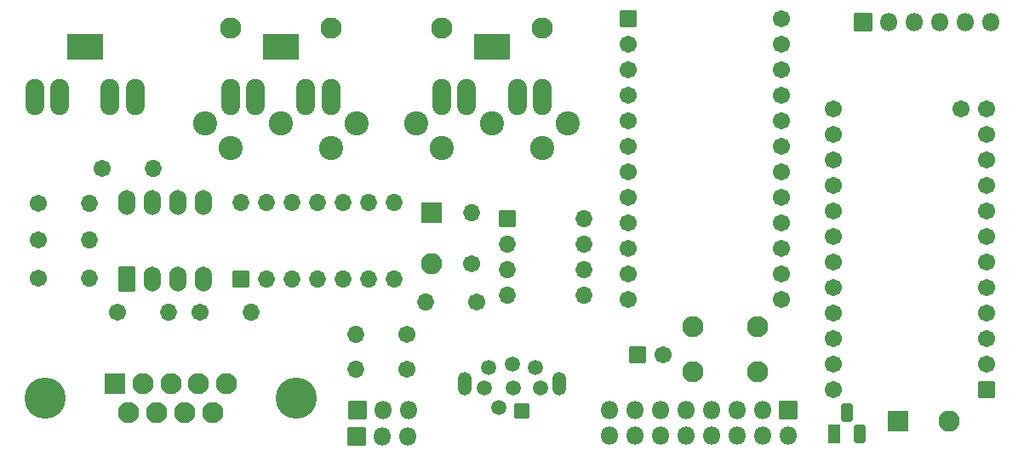
<source format=gbs>
G04 #@! TF.GenerationSoftware,KiCad,Pcbnew,6.0.5*
G04 #@! TF.CreationDate,2022-08-11T19:52:31+02:00*
G04 #@! TF.ProjectId,_transcribe_,5f747261-6e73-4637-9269-62655f2e6b69,v0_1*
G04 #@! TF.SameCoordinates,Original*
G04 #@! TF.FileFunction,Soldermask,Bot*
G04 #@! TF.FilePolarity,Negative*
%FSLAX46Y46*%
G04 Gerber Fmt 4.6, Leading zero omitted, Abs format (unit mm)*
G04 Created by KiCad (PCBNEW 6.0.5) date 2022-08-11 19:52:31*
%MOMM*%
%LPD*%
G01*
G04 APERTURE LIST*
G04 Aperture macros list*
%AMRoundRect*
0 Rectangle with rounded corners*
0 $1 Rounding radius*
0 $2 $3 $4 $5 $6 $7 $8 $9 X,Y pos of 4 corners*
0 Add a 4 corners polygon primitive as box body*
4,1,4,$2,$3,$4,$5,$6,$7,$8,$9,$2,$3,0*
0 Add four circle primitives for the rounded corners*
1,1,$1+$1,$2,$3*
1,1,$1+$1,$4,$5*
1,1,$1+$1,$6,$7*
1,1,$1+$1,$8,$9*
0 Add four rect primitives between the rounded corners*
20,1,$1+$1,$2,$3,$4,$5,0*
20,1,$1+$1,$4,$5,$6,$7,0*
20,1,$1+$1,$6,$7,$8,$9,0*
20,1,$1+$1,$8,$9,$2,$3,0*%
G04 Aperture macros list end*
%ADD10RoundRect,0.051000X-0.704000X-0.704000X0.704000X-0.704000X0.704000X0.704000X-0.704000X0.704000X0*%
%ADD11C,1.510000*%
%ADD12O,1.332000X2.332000*%
%ADD13RoundRect,0.051000X-0.800000X-0.800000X0.800000X-0.800000X0.800000X0.800000X-0.800000X0.800000X0*%
%ADD14O,1.702000X1.702000*%
%ADD15C,1.702000*%
%ADD16RoundRect,0.051000X0.800000X-0.800000X0.800000X0.800000X-0.800000X0.800000X-0.800000X-0.800000X0*%
%ADD17RoundRect,0.051000X-0.800000X0.800000X-0.800000X-0.800000X0.800000X-0.800000X0.800000X0.800000X0*%
%ADD18RoundRect,0.051000X-1.000000X1.000000X-1.000000X-1.000000X1.000000X-1.000000X1.000000X1.000000X0*%
%ADD19O,2.102000X2.102000*%
%ADD20RoundRect,0.051000X-0.850000X0.850000X-0.850000X-0.850000X0.850000X-0.850000X0.850000X0.850000X0*%
%ADD21O,1.802000X1.802000*%
%ADD22RoundRect,0.051000X-1.000000X-1.000000X1.000000X-1.000000X1.000000X1.000000X-1.000000X1.000000X0*%
%ADD23RoundRect,0.051000X0.850000X-0.850000X0.850000X0.850000X-0.850000X0.850000X-0.850000X-0.850000X0*%
%ADD24RoundRect,0.051000X-0.550000X-0.900000X0.550000X-0.900000X0.550000X0.900000X-0.550000X0.900000X0*%
%ADD25RoundRect,0.326000X-0.275000X-0.625000X0.275000X-0.625000X0.275000X0.625000X-0.275000X0.625000X0*%
%ADD26O,1.852000X3.602000*%
%ADD27RoundRect,0.051000X-1.750000X-1.250000X1.750000X-1.250000X1.750000X1.250000X-1.750000X1.250000X0*%
%ADD28C,4.102000*%
%ADD29C,2.102000*%
%ADD30C,2.402000*%
%ADD31RoundRect,0.051000X0.800000X-1.200000X0.800000X1.200000X-0.800000X1.200000X-0.800000X-1.200000X0*%
%ADD32O,1.702000X2.502000*%
G04 APERTURE END LIST*
D10*
X-238500000Y749400000D03*
D11*
X-240800000Y749700000D03*
X-236700000Y751700000D03*
X-239400000Y751700000D03*
X-242300000Y751700000D03*
X-237200000Y753700000D03*
X-239500000Y754000000D03*
X-241800000Y753700000D03*
D12*
X-244200000Y752100000D03*
X-234800000Y752100000D03*
D13*
X-240000000Y768500000D03*
D14*
X-240000000Y765960000D03*
X-240000000Y763420000D03*
X-240000000Y760880000D03*
X-232380000Y760880000D03*
X-232380000Y763420000D03*
X-232380000Y765960000D03*
X-232380000Y768500000D03*
D15*
X-242985000Y760200000D03*
D14*
X-248065000Y760200000D03*
D15*
X-250000000Y757000000D03*
D14*
X-255080000Y757000000D03*
D15*
X-250000000Y753500000D03*
D14*
X-255080000Y753500000D03*
D16*
X-266500000Y762500000D03*
D14*
X-263960000Y762500000D03*
X-261420000Y762500000D03*
X-258880000Y762500000D03*
X-256340000Y762500000D03*
X-253800000Y762500000D03*
X-251260000Y762500000D03*
X-251260000Y770120000D03*
X-253800000Y770120000D03*
X-256340000Y770120000D03*
X-258880000Y770120000D03*
X-261420000Y770120000D03*
X-263960000Y770120000D03*
X-266500000Y770120000D03*
D17*
X-227920000Y788370000D03*
D15*
X-227920000Y785830000D03*
X-227920000Y783290000D03*
X-227920000Y780750000D03*
X-227920000Y778210000D03*
X-227920000Y775670000D03*
X-227920000Y773130000D03*
X-227920000Y770590000D03*
X-227920000Y768050000D03*
X-227920000Y765510000D03*
X-227920000Y762970000D03*
X-227920000Y760430000D03*
X-212680000Y760430000D03*
X-212680000Y762970000D03*
X-212680000Y765510000D03*
X-212680000Y768050000D03*
X-212680000Y770590000D03*
X-212680000Y773130000D03*
X-212680000Y775670000D03*
X-212680000Y778210000D03*
X-212680000Y780750000D03*
X-212680000Y783290000D03*
X-212680000Y785830000D03*
X-212680000Y788370000D03*
D16*
X-192280000Y751530000D03*
D15*
X-192280000Y754070000D03*
X-192280000Y756610000D03*
X-192280000Y759150000D03*
X-192280000Y761690000D03*
X-192280000Y764230000D03*
X-192280000Y766770000D03*
X-192280000Y769310000D03*
X-192280000Y771850000D03*
X-192280000Y774390000D03*
X-192280000Y776930000D03*
X-192280000Y779470000D03*
X-207520000Y779470000D03*
X-207520000Y776930000D03*
X-207520000Y774390000D03*
X-207520000Y771850000D03*
X-207520000Y769310000D03*
X-207520000Y766770000D03*
X-207520000Y764230000D03*
X-207520000Y761690000D03*
X-207520000Y759150000D03*
X-207520000Y756610000D03*
X-207520000Y754070000D03*
X-207520000Y751530000D03*
X-194820000Y779470000D03*
D13*
X-227000000Y755000000D03*
D15*
X-224500000Y755000000D03*
D18*
X-247500000Y769080000D03*
D19*
X-247500000Y764000000D03*
D20*
X-212000000Y749500000D03*
D21*
X-212000000Y746960000D03*
X-214540000Y749500000D03*
X-214540000Y746960000D03*
X-217080000Y749500000D03*
X-217080000Y746960000D03*
X-219620000Y749500000D03*
X-219620000Y746960000D03*
X-222160000Y749500000D03*
X-222160000Y746960000D03*
X-224700000Y749500000D03*
X-224700000Y746960000D03*
X-227240000Y749500000D03*
X-227240000Y746960000D03*
X-229780000Y749500000D03*
X-229780000Y746960000D03*
D22*
X-201075000Y748350000D03*
D19*
X-195995000Y748350000D03*
D15*
X-243500000Y764000000D03*
D14*
X-243500000Y769080000D03*
D23*
X-204600000Y788050000D03*
D21*
X-202060000Y788050000D03*
X-199520000Y788050000D03*
X-196980000Y788050000D03*
X-194440000Y788050000D03*
X-191900000Y788050000D03*
D24*
X-207500000Y747100000D03*
D25*
X-206230000Y749170000D03*
X-204960000Y747100000D03*
D26*
X-277000000Y780590000D03*
X-279500000Y780590000D03*
D27*
X-282000000Y785596000D03*
D26*
X-287000000Y780590000D03*
X-284500000Y780590000D03*
D28*
X-260960000Y750630000D03*
X-285960000Y750630000D03*
D29*
X-267920000Y752050000D03*
X-270690000Y752050000D03*
X-273460000Y752050000D03*
X-276230000Y752050000D03*
D22*
X-279000000Y752050000D03*
D29*
X-269305000Y749210000D03*
X-272075000Y749210000D03*
X-274845000Y749210000D03*
X-277615000Y749210000D03*
D26*
X-236500000Y780590000D03*
X-239000000Y780590000D03*
D27*
X-241500000Y785596000D03*
D26*
X-246500000Y780590000D03*
X-244000000Y780590000D03*
D29*
X-246500000Y787500000D03*
X-236500000Y787500000D03*
D30*
X-249000000Y778000000D03*
X-241500000Y778000000D03*
X-234000000Y778000000D03*
X-246500000Y775500000D03*
X-236500000Y775500000D03*
D26*
X-257500000Y780590000D03*
X-260000000Y780590000D03*
D27*
X-262500000Y785596000D03*
D26*
X-267500000Y780590000D03*
X-265000000Y780590000D03*
D29*
X-267500000Y787500000D03*
X-257500000Y787500000D03*
D30*
X-270000000Y778000000D03*
X-262500000Y778000000D03*
X-255000000Y778000000D03*
X-267500000Y775500000D03*
X-257500000Y775500000D03*
D29*
X-215050000Y753300000D03*
X-221550000Y753300000D03*
X-221550000Y757800000D03*
X-215050000Y757800000D03*
D31*
X-277800000Y762475000D03*
D32*
X-275260000Y762475000D03*
X-272720000Y762475000D03*
X-270180000Y762475000D03*
X-270180000Y770095000D03*
X-272720000Y770095000D03*
X-275260000Y770095000D03*
X-277800000Y770095000D03*
D23*
X-254925000Y746875000D03*
D21*
X-252385000Y746875000D03*
X-249845000Y746875000D03*
D23*
X-254890000Y749435000D03*
D21*
X-252350000Y749435000D03*
X-249810000Y749435000D03*
D15*
X-270515000Y759200000D03*
D14*
X-265435000Y759200000D03*
D15*
X-286615000Y766400000D03*
D14*
X-281535000Y766400000D03*
D15*
X-286615000Y770000000D03*
D14*
X-281535000Y770000000D03*
D15*
X-278715000Y759200000D03*
D14*
X-273635000Y759200000D03*
D15*
X-286615000Y762600000D03*
D14*
X-281535000Y762600000D03*
D15*
X-280315000Y773500000D03*
D14*
X-275235000Y773500000D03*
M02*

</source>
